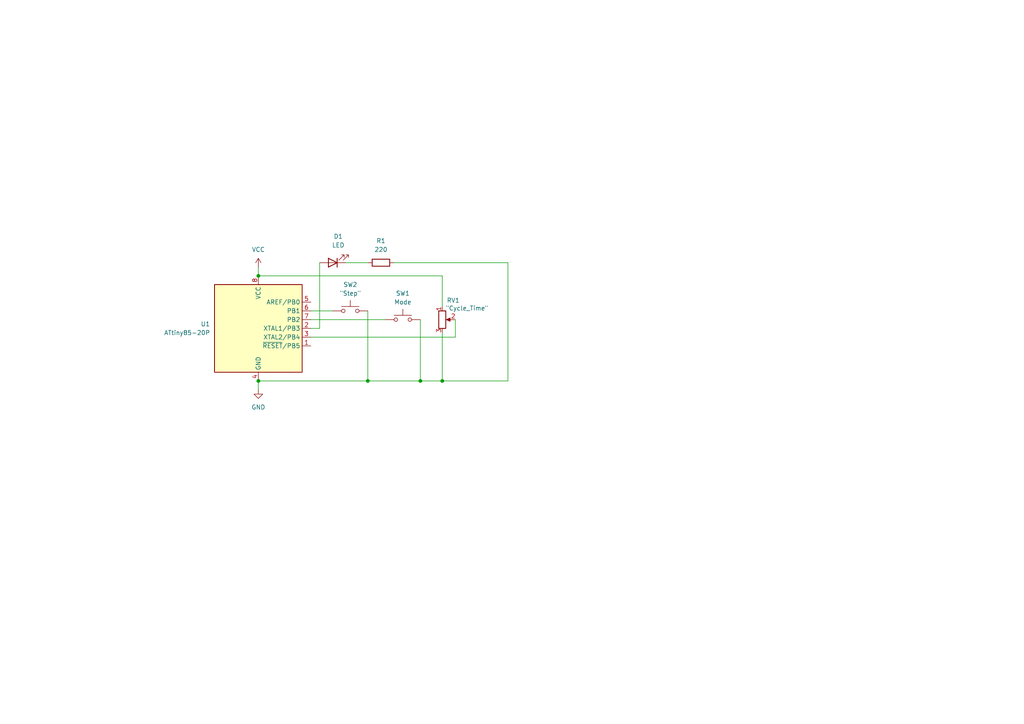
<source format=kicad_sch>
(kicad_sch
	(version 20250114)
	(generator "eeschema")
	(generator_version "9.0")
	(uuid "bbda42c7-ff3d-4566-8b26-78cbd9c8780c")
	(paper "A4")
	(lib_symbols
		(symbol "Device:LED"
			(pin_numbers
				(hide yes)
			)
			(pin_names
				(offset 1.016)
				(hide yes)
			)
			(exclude_from_sim no)
			(in_bom yes)
			(on_board yes)
			(property "Reference" "D"
				(at 0 2.54 0)
				(effects
					(font
						(size 1.27 1.27)
					)
				)
			)
			(property "Value" "LED"
				(at 0 -2.54 0)
				(effects
					(font
						(size 1.27 1.27)
					)
				)
			)
			(property "Footprint" ""
				(at 0 0 0)
				(effects
					(font
						(size 1.27 1.27)
					)
					(hide yes)
				)
			)
			(property "Datasheet" "~"
				(at 0 0 0)
				(effects
					(font
						(size 1.27 1.27)
					)
					(hide yes)
				)
			)
			(property "Description" "Light emitting diode"
				(at 0 0 0)
				(effects
					(font
						(size 1.27 1.27)
					)
					(hide yes)
				)
			)
			(property "Sim.Pins" "1=K 2=A"
				(at 0 0 0)
				(effects
					(font
						(size 1.27 1.27)
					)
					(hide yes)
				)
			)
			(property "ki_keywords" "LED diode"
				(at 0 0 0)
				(effects
					(font
						(size 1.27 1.27)
					)
					(hide yes)
				)
			)
			(property "ki_fp_filters" "LED* LED_SMD:* LED_THT:*"
				(at 0 0 0)
				(effects
					(font
						(size 1.27 1.27)
					)
					(hide yes)
				)
			)
			(symbol "LED_0_1"
				(polyline
					(pts
						(xy -3.048 -0.762) (xy -4.572 -2.286) (xy -3.81 -2.286) (xy -4.572 -2.286) (xy -4.572 -1.524)
					)
					(stroke
						(width 0)
						(type default)
					)
					(fill
						(type none)
					)
				)
				(polyline
					(pts
						(xy -1.778 -0.762) (xy -3.302 -2.286) (xy -2.54 -2.286) (xy -3.302 -2.286) (xy -3.302 -1.524)
					)
					(stroke
						(width 0)
						(type default)
					)
					(fill
						(type none)
					)
				)
				(polyline
					(pts
						(xy -1.27 0) (xy 1.27 0)
					)
					(stroke
						(width 0)
						(type default)
					)
					(fill
						(type none)
					)
				)
				(polyline
					(pts
						(xy -1.27 -1.27) (xy -1.27 1.27)
					)
					(stroke
						(width 0.254)
						(type default)
					)
					(fill
						(type none)
					)
				)
				(polyline
					(pts
						(xy 1.27 -1.27) (xy 1.27 1.27) (xy -1.27 0) (xy 1.27 -1.27)
					)
					(stroke
						(width 0.254)
						(type default)
					)
					(fill
						(type none)
					)
				)
			)
			(symbol "LED_1_1"
				(pin passive line
					(at -3.81 0 0)
					(length 2.54)
					(name "K"
						(effects
							(font
								(size 1.27 1.27)
							)
						)
					)
					(number "1"
						(effects
							(font
								(size 1.27 1.27)
							)
						)
					)
				)
				(pin passive line
					(at 3.81 0 180)
					(length 2.54)
					(name "A"
						(effects
							(font
								(size 1.27 1.27)
							)
						)
					)
					(number "2"
						(effects
							(font
								(size 1.27 1.27)
							)
						)
					)
				)
			)
			(embedded_fonts no)
		)
		(symbol "Device:R"
			(pin_numbers
				(hide yes)
			)
			(pin_names
				(offset 0)
			)
			(exclude_from_sim no)
			(in_bom yes)
			(on_board yes)
			(property "Reference" "R"
				(at 2.032 0 90)
				(effects
					(font
						(size 1.27 1.27)
					)
				)
			)
			(property "Value" "R"
				(at 0 0 90)
				(effects
					(font
						(size 1.27 1.27)
					)
				)
			)
			(property "Footprint" ""
				(at -1.778 0 90)
				(effects
					(font
						(size 1.27 1.27)
					)
					(hide yes)
				)
			)
			(property "Datasheet" "~"
				(at 0 0 0)
				(effects
					(font
						(size 1.27 1.27)
					)
					(hide yes)
				)
			)
			(property "Description" "Resistor"
				(at 0 0 0)
				(effects
					(font
						(size 1.27 1.27)
					)
					(hide yes)
				)
			)
			(property "ki_keywords" "R res resistor"
				(at 0 0 0)
				(effects
					(font
						(size 1.27 1.27)
					)
					(hide yes)
				)
			)
			(property "ki_fp_filters" "R_*"
				(at 0 0 0)
				(effects
					(font
						(size 1.27 1.27)
					)
					(hide yes)
				)
			)
			(symbol "R_0_1"
				(rectangle
					(start -1.016 -2.54)
					(end 1.016 2.54)
					(stroke
						(width 0.254)
						(type default)
					)
					(fill
						(type none)
					)
				)
			)
			(symbol "R_1_1"
				(pin passive line
					(at 0 3.81 270)
					(length 1.27)
					(name "~"
						(effects
							(font
								(size 1.27 1.27)
							)
						)
					)
					(number "1"
						(effects
							(font
								(size 1.27 1.27)
							)
						)
					)
				)
				(pin passive line
					(at 0 -3.81 90)
					(length 1.27)
					(name "~"
						(effects
							(font
								(size 1.27 1.27)
							)
						)
					)
					(number "2"
						(effects
							(font
								(size 1.27 1.27)
							)
						)
					)
				)
			)
			(embedded_fonts no)
		)
		(symbol "Device:R_Potentiometer"
			(pin_names
				(offset 1.016)
				(hide yes)
			)
			(exclude_from_sim no)
			(in_bom yes)
			(on_board yes)
			(property "Reference" "RV"
				(at -4.445 0 90)
				(effects
					(font
						(size 1.27 1.27)
					)
				)
			)
			(property "Value" "R_Potentiometer"
				(at -2.54 0 90)
				(effects
					(font
						(size 1.27 1.27)
					)
				)
			)
			(property "Footprint" ""
				(at 0 0 0)
				(effects
					(font
						(size 1.27 1.27)
					)
					(hide yes)
				)
			)
			(property "Datasheet" "~"
				(at 0 0 0)
				(effects
					(font
						(size 1.27 1.27)
					)
					(hide yes)
				)
			)
			(property "Description" "Potentiometer"
				(at 0 0 0)
				(effects
					(font
						(size 1.27 1.27)
					)
					(hide yes)
				)
			)
			(property "ki_keywords" "resistor variable"
				(at 0 0 0)
				(effects
					(font
						(size 1.27 1.27)
					)
					(hide yes)
				)
			)
			(property "ki_fp_filters" "Potentiometer*"
				(at 0 0 0)
				(effects
					(font
						(size 1.27 1.27)
					)
					(hide yes)
				)
			)
			(symbol "R_Potentiometer_0_1"
				(rectangle
					(start 1.016 2.54)
					(end -1.016 -2.54)
					(stroke
						(width 0.254)
						(type default)
					)
					(fill
						(type none)
					)
				)
				(polyline
					(pts
						(xy 1.143 0) (xy 2.286 0.508) (xy 2.286 -0.508) (xy 1.143 0)
					)
					(stroke
						(width 0)
						(type default)
					)
					(fill
						(type outline)
					)
				)
				(polyline
					(pts
						(xy 2.54 0) (xy 1.524 0)
					)
					(stroke
						(width 0)
						(type default)
					)
					(fill
						(type none)
					)
				)
			)
			(symbol "R_Potentiometer_1_1"
				(pin passive line
					(at 0 3.81 270)
					(length 1.27)
					(name "1"
						(effects
							(font
								(size 1.27 1.27)
							)
						)
					)
					(number "1"
						(effects
							(font
								(size 1.27 1.27)
							)
						)
					)
				)
				(pin passive line
					(at 0 -3.81 90)
					(length 1.27)
					(name "3"
						(effects
							(font
								(size 1.27 1.27)
							)
						)
					)
					(number "3"
						(effects
							(font
								(size 1.27 1.27)
							)
						)
					)
				)
				(pin passive line
					(at 3.81 0 180)
					(length 1.27)
					(name "2"
						(effects
							(font
								(size 1.27 1.27)
							)
						)
					)
					(number "2"
						(effects
							(font
								(size 1.27 1.27)
							)
						)
					)
				)
			)
			(embedded_fonts no)
		)
		(symbol "MCU_Microchip_ATtiny:ATtiny85-20P"
			(exclude_from_sim no)
			(in_bom yes)
			(on_board yes)
			(property "Reference" "U"
				(at -12.7 13.97 0)
				(effects
					(font
						(size 1.27 1.27)
					)
					(justify left bottom)
				)
			)
			(property "Value" "ATtiny85-20P"
				(at 2.54 -13.97 0)
				(effects
					(font
						(size 1.27 1.27)
					)
					(justify left top)
				)
			)
			(property "Footprint" "Package_DIP:DIP-8_W7.62mm"
				(at 0 0 0)
				(effects
					(font
						(size 1.27 1.27)
						(italic yes)
					)
					(hide yes)
				)
			)
			(property "Datasheet" "http://ww1.microchip.com/downloads/en/DeviceDoc/atmel-2586-avr-8-bit-microcontroller-attiny25-attiny45-attiny85_datasheet.pdf"
				(at 0 0 0)
				(effects
					(font
						(size 1.27 1.27)
					)
					(hide yes)
				)
			)
			(property "Description" "20MHz, 8kB Flash, 512B SRAM, 512B EEPROM, debugWIRE, DIP-8"
				(at 0 0 0)
				(effects
					(font
						(size 1.27 1.27)
					)
					(hide yes)
				)
			)
			(property "ki_keywords" "AVR 8bit Microcontroller tinyAVR"
				(at 0 0 0)
				(effects
					(font
						(size 1.27 1.27)
					)
					(hide yes)
				)
			)
			(property "ki_fp_filters" "DIP*W7.62mm*"
				(at 0 0 0)
				(effects
					(font
						(size 1.27 1.27)
					)
					(hide yes)
				)
			)
			(symbol "ATtiny85-20P_0_1"
				(rectangle
					(start -12.7 -12.7)
					(end 12.7 12.7)
					(stroke
						(width 0.254)
						(type default)
					)
					(fill
						(type background)
					)
				)
			)
			(symbol "ATtiny85-20P_1_1"
				(pin power_in line
					(at 0 15.24 270)
					(length 2.54)
					(name "VCC"
						(effects
							(font
								(size 1.27 1.27)
							)
						)
					)
					(number "8"
						(effects
							(font
								(size 1.27 1.27)
							)
						)
					)
				)
				(pin power_in line
					(at 0 -15.24 90)
					(length 2.54)
					(name "GND"
						(effects
							(font
								(size 1.27 1.27)
							)
						)
					)
					(number "4"
						(effects
							(font
								(size 1.27 1.27)
							)
						)
					)
				)
				(pin bidirectional line
					(at 15.24 7.62 180)
					(length 2.54)
					(name "AREF/PB0"
						(effects
							(font
								(size 1.27 1.27)
							)
						)
					)
					(number "5"
						(effects
							(font
								(size 1.27 1.27)
							)
						)
					)
				)
				(pin bidirectional line
					(at 15.24 5.08 180)
					(length 2.54)
					(name "PB1"
						(effects
							(font
								(size 1.27 1.27)
							)
						)
					)
					(number "6"
						(effects
							(font
								(size 1.27 1.27)
							)
						)
					)
				)
				(pin bidirectional line
					(at 15.24 2.54 180)
					(length 2.54)
					(name "PB2"
						(effects
							(font
								(size 1.27 1.27)
							)
						)
					)
					(number "7"
						(effects
							(font
								(size 1.27 1.27)
							)
						)
					)
				)
				(pin bidirectional line
					(at 15.24 0 180)
					(length 2.54)
					(name "XTAL1/PB3"
						(effects
							(font
								(size 1.27 1.27)
							)
						)
					)
					(number "2"
						(effects
							(font
								(size 1.27 1.27)
							)
						)
					)
				)
				(pin bidirectional line
					(at 15.24 -2.54 180)
					(length 2.54)
					(name "XTAL2/PB4"
						(effects
							(font
								(size 1.27 1.27)
							)
						)
					)
					(number "3"
						(effects
							(font
								(size 1.27 1.27)
							)
						)
					)
				)
				(pin bidirectional line
					(at 15.24 -5.08 180)
					(length 2.54)
					(name "~{RESET}/PB5"
						(effects
							(font
								(size 1.27 1.27)
							)
						)
					)
					(number "1"
						(effects
							(font
								(size 1.27 1.27)
							)
						)
					)
				)
			)
			(embedded_fonts no)
		)
		(symbol "Switch:SW_Push"
			(pin_numbers
				(hide yes)
			)
			(pin_names
				(offset 1.016)
				(hide yes)
			)
			(exclude_from_sim no)
			(in_bom yes)
			(on_board yes)
			(property "Reference" "SW"
				(at 1.27 2.54 0)
				(effects
					(font
						(size 1.27 1.27)
					)
					(justify left)
				)
			)
			(property "Value" "SW_Push"
				(at 0 -1.524 0)
				(effects
					(font
						(size 1.27 1.27)
					)
				)
			)
			(property "Footprint" ""
				(at 0 5.08 0)
				(effects
					(font
						(size 1.27 1.27)
					)
					(hide yes)
				)
			)
			(property "Datasheet" "~"
				(at 0 5.08 0)
				(effects
					(font
						(size 1.27 1.27)
					)
					(hide yes)
				)
			)
			(property "Description" "Push button switch, generic, two pins"
				(at 0 0 0)
				(effects
					(font
						(size 1.27 1.27)
					)
					(hide yes)
				)
			)
			(property "ki_keywords" "switch normally-open pushbutton push-button"
				(at 0 0 0)
				(effects
					(font
						(size 1.27 1.27)
					)
					(hide yes)
				)
			)
			(symbol "SW_Push_0_1"
				(circle
					(center -2.032 0)
					(radius 0.508)
					(stroke
						(width 0)
						(type default)
					)
					(fill
						(type none)
					)
				)
				(polyline
					(pts
						(xy 0 1.27) (xy 0 3.048)
					)
					(stroke
						(width 0)
						(type default)
					)
					(fill
						(type none)
					)
				)
				(circle
					(center 2.032 0)
					(radius 0.508)
					(stroke
						(width 0)
						(type default)
					)
					(fill
						(type none)
					)
				)
				(polyline
					(pts
						(xy 2.54 1.27) (xy -2.54 1.27)
					)
					(stroke
						(width 0)
						(type default)
					)
					(fill
						(type none)
					)
				)
				(pin passive line
					(at -5.08 0 0)
					(length 2.54)
					(name "1"
						(effects
							(font
								(size 1.27 1.27)
							)
						)
					)
					(number "1"
						(effects
							(font
								(size 1.27 1.27)
							)
						)
					)
				)
				(pin passive line
					(at 5.08 0 180)
					(length 2.54)
					(name "2"
						(effects
							(font
								(size 1.27 1.27)
							)
						)
					)
					(number "2"
						(effects
							(font
								(size 1.27 1.27)
							)
						)
					)
				)
			)
			(embedded_fonts no)
		)
		(symbol "power:GND"
			(power)
			(pin_numbers
				(hide yes)
			)
			(pin_names
				(offset 0)
				(hide yes)
			)
			(exclude_from_sim no)
			(in_bom yes)
			(on_board yes)
			(property "Reference" "#PWR"
				(at 0 -6.35 0)
				(effects
					(font
						(size 1.27 1.27)
					)
					(hide yes)
				)
			)
			(property "Value" "GND"
				(at 0 -3.81 0)
				(effects
					(font
						(size 1.27 1.27)
					)
				)
			)
			(property "Footprint" ""
				(at 0 0 0)
				(effects
					(font
						(size 1.27 1.27)
					)
					(hide yes)
				)
			)
			(property "Datasheet" ""
				(at 0 0 0)
				(effects
					(font
						(size 1.27 1.27)
					)
					(hide yes)
				)
			)
			(property "Description" "Power symbol creates a global label with name \"GND\" , ground"
				(at 0 0 0)
				(effects
					(font
						(size 1.27 1.27)
					)
					(hide yes)
				)
			)
			(property "ki_keywords" "global power"
				(at 0 0 0)
				(effects
					(font
						(size 1.27 1.27)
					)
					(hide yes)
				)
			)
			(symbol "GND_0_1"
				(polyline
					(pts
						(xy 0 0) (xy 0 -1.27) (xy 1.27 -1.27) (xy 0 -2.54) (xy -1.27 -1.27) (xy 0 -1.27)
					)
					(stroke
						(width 0)
						(type default)
					)
					(fill
						(type none)
					)
				)
			)
			(symbol "GND_1_1"
				(pin power_in line
					(at 0 0 270)
					(length 0)
					(name "~"
						(effects
							(font
								(size 1.27 1.27)
							)
						)
					)
					(number "1"
						(effects
							(font
								(size 1.27 1.27)
							)
						)
					)
				)
			)
			(embedded_fonts no)
		)
		(symbol "power:VCC"
			(power)
			(pin_numbers
				(hide yes)
			)
			(pin_names
				(offset 0)
				(hide yes)
			)
			(exclude_from_sim no)
			(in_bom yes)
			(on_board yes)
			(property "Reference" "#PWR"
				(at 0 -3.81 0)
				(effects
					(font
						(size 1.27 1.27)
					)
					(hide yes)
				)
			)
			(property "Value" "VCC"
				(at 0 3.556 0)
				(effects
					(font
						(size 1.27 1.27)
					)
				)
			)
			(property "Footprint" ""
				(at 0 0 0)
				(effects
					(font
						(size 1.27 1.27)
					)
					(hide yes)
				)
			)
			(property "Datasheet" ""
				(at 0 0 0)
				(effects
					(font
						(size 1.27 1.27)
					)
					(hide yes)
				)
			)
			(property "Description" "Power symbol creates a global label with name \"VCC\""
				(at 0 0 0)
				(effects
					(font
						(size 1.27 1.27)
					)
					(hide yes)
				)
			)
			(property "ki_keywords" "global power"
				(at 0 0 0)
				(effects
					(font
						(size 1.27 1.27)
					)
					(hide yes)
				)
			)
			(symbol "VCC_0_1"
				(polyline
					(pts
						(xy -0.762 1.27) (xy 0 2.54)
					)
					(stroke
						(width 0)
						(type default)
					)
					(fill
						(type none)
					)
				)
				(polyline
					(pts
						(xy 0 2.54) (xy 0.762 1.27)
					)
					(stroke
						(width 0)
						(type default)
					)
					(fill
						(type none)
					)
				)
				(polyline
					(pts
						(xy 0 0) (xy 0 2.54)
					)
					(stroke
						(width 0)
						(type default)
					)
					(fill
						(type none)
					)
				)
			)
			(symbol "VCC_1_1"
				(pin power_in line
					(at 0 0 90)
					(length 0)
					(name "~"
						(effects
							(font
								(size 1.27 1.27)
							)
						)
					)
					(number "1"
						(effects
							(font
								(size 1.27 1.27)
							)
						)
					)
				)
			)
			(embedded_fonts no)
		)
	)
	(junction
		(at 128.27 110.49)
		(diameter 0)
		(color 0 0 0 0)
		(uuid "0123b1cd-a788-48c9-a4f6-358ca857da7e")
	)
	(junction
		(at 106.68 110.49)
		(diameter 0)
		(color 0 0 0 0)
		(uuid "16809366-d0ae-4f77-ad77-d9c71737588e")
	)
	(junction
		(at 121.92 110.49)
		(diameter 0)
		(color 0 0 0 0)
		(uuid "34a4acc1-7be2-448a-9f44-24bef49afb46")
	)
	(junction
		(at 74.93 80.01)
		(diameter 0)
		(color 0 0 0 0)
		(uuid "ba28a33d-21f9-4cff-a115-db6e2f05f82e")
	)
	(junction
		(at 74.93 110.49)
		(diameter 0)
		(color 0 0 0 0)
		(uuid "f1fecf1b-6c12-419b-8a1f-9aadb3fc2cdc")
	)
	(wire
		(pts
			(xy 90.17 92.71) (xy 111.76 92.71)
		)
		(stroke
			(width 0)
			(type default)
		)
		(uuid "058ef3f1-910b-42ab-8117-466cc6e083c4")
	)
	(wire
		(pts
			(xy 74.93 80.01) (xy 128.27 80.01)
		)
		(stroke
			(width 0)
			(type default)
		)
		(uuid "13339006-475d-4e63-93c3-9799224df7ed")
	)
	(wire
		(pts
			(xy 132.08 97.79) (xy 90.17 97.79)
		)
		(stroke
			(width 0)
			(type default)
		)
		(uuid "164a7af5-052a-4c49-aaa2-e3dcad1fd6a0")
	)
	(wire
		(pts
			(xy 147.32 110.49) (xy 128.27 110.49)
		)
		(stroke
			(width 0)
			(type default)
		)
		(uuid "1785ee7e-84ce-4677-ba8d-f8fb25aaae9e")
	)
	(wire
		(pts
			(xy 74.93 77.47) (xy 74.93 80.01)
		)
		(stroke
			(width 0)
			(type default)
		)
		(uuid "1cd0f055-ecbf-4110-af83-b14200990ab3")
	)
	(wire
		(pts
			(xy 121.92 110.49) (xy 128.27 110.49)
		)
		(stroke
			(width 0)
			(type default)
		)
		(uuid "22fa0d0f-0a5e-46c2-ad4b-3165266e72bf")
	)
	(wire
		(pts
			(xy 100.33 76.2) (xy 106.68 76.2)
		)
		(stroke
			(width 0)
			(type default)
		)
		(uuid "3089238a-fb44-47d3-bd87-401fe0f0844e")
	)
	(wire
		(pts
			(xy 74.93 110.49) (xy 74.93 113.03)
		)
		(stroke
			(width 0)
			(type default)
		)
		(uuid "46d96b07-fcb0-4e7b-ac86-13c992e201ee")
	)
	(wire
		(pts
			(xy 128.27 110.49) (xy 128.27 96.52)
		)
		(stroke
			(width 0)
			(type default)
		)
		(uuid "533ce542-25bc-4e87-8329-3501c07ecec6")
	)
	(wire
		(pts
			(xy 92.71 95.25) (xy 90.17 95.25)
		)
		(stroke
			(width 0)
			(type default)
		)
		(uuid "555f6455-0b14-4cb2-9d87-fa520b559bb6")
	)
	(wire
		(pts
			(xy 106.68 90.17) (xy 106.68 110.49)
		)
		(stroke
			(width 0)
			(type default)
		)
		(uuid "5bc03d13-483d-4a77-a1f5-b59dbc336a37")
	)
	(wire
		(pts
			(xy 121.92 110.49) (xy 106.68 110.49)
		)
		(stroke
			(width 0)
			(type default)
		)
		(uuid "5cb8a260-7dbc-4ca9-a6e1-595bb32b6500")
	)
	(wire
		(pts
			(xy 114.3 76.2) (xy 147.32 76.2)
		)
		(stroke
			(width 0)
			(type default)
		)
		(uuid "6028be2f-8290-4204-9f1e-156f896da27b")
	)
	(wire
		(pts
			(xy 132.08 92.71) (xy 132.08 97.79)
		)
		(stroke
			(width 0)
			(type default)
		)
		(uuid "71b03cb2-edde-4937-906d-2deaf3914bd9")
	)
	(wire
		(pts
			(xy 74.93 110.49) (xy 106.68 110.49)
		)
		(stroke
			(width 0)
			(type default)
		)
		(uuid "9b85f4ca-9994-40ee-b8f7-f6ac07882a2c")
	)
	(wire
		(pts
			(xy 121.92 92.71) (xy 121.92 110.49)
		)
		(stroke
			(width 0)
			(type default)
		)
		(uuid "9c579010-2e3a-4810-b5e3-08b9c2324f79")
	)
	(wire
		(pts
			(xy 90.17 90.17) (xy 96.52 90.17)
		)
		(stroke
			(width 0)
			(type default)
		)
		(uuid "d75e9875-5f7b-460e-83f3-50bb896e6d97")
	)
	(wire
		(pts
			(xy 92.71 76.2) (xy 92.71 95.25)
		)
		(stroke
			(width 0)
			(type default)
		)
		(uuid "e8cfc77a-c8d1-4ab2-a3e9-acf0c6419e9d")
	)
	(wire
		(pts
			(xy 128.27 80.01) (xy 128.27 88.9)
		)
		(stroke
			(width 0)
			(type default)
		)
		(uuid "edc5ea7c-594c-40ef-8d5b-70761bc1d855")
	)
	(wire
		(pts
			(xy 147.32 76.2) (xy 147.32 110.49)
		)
		(stroke
			(width 0)
			(type default)
		)
		(uuid "ef86463a-d473-4a89-98fb-d37b0dc705a2")
	)
	(symbol
		(lib_id "MCU_Microchip_ATtiny:ATtiny85-20P")
		(at 74.93 95.25 0)
		(unit 1)
		(exclude_from_sim no)
		(in_bom yes)
		(on_board yes)
		(dnp no)
		(fields_autoplaced yes)
		(uuid "2d72ac18-c1b2-4586-9846-dae5d1a38129")
		(property "Reference" "U1"
			(at 60.96 93.9799 0)
			(effects
				(font
					(size 1.27 1.27)
				)
				(justify right)
			)
		)
		(property "Value" "ATtiny85-20P"
			(at 60.96 96.5199 0)
			(effects
				(font
					(size 1.27 1.27)
				)
				(justify right)
			)
		)
		(property "Footprint" "Package_DIP:DIP-8_W7.62mm"
			(at 74.93 95.25 0)
			(effects
				(font
					(size 1.27 1.27)
					(italic yes)
				)
				(hide yes)
			)
		)
		(property "Datasheet" "http://ww1.microchip.com/downloads/en/DeviceDoc/atmel-2586-avr-8-bit-microcontroller-attiny25-attiny45-attiny85_datasheet.pdf"
			(at 74.93 95.25 0)
			(effects
				(font
					(size 1.27 1.27)
				)
				(hide yes)
			)
		)
		(property "Description" "20MHz, 8kB Flash, 512B SRAM, 512B EEPROM, debugWIRE, DIP-8"
			(at 74.93 95.25 0)
			(effects
				(font
					(size 1.27 1.27)
				)
				(hide yes)
			)
		)
		(pin "1"
			(uuid "096da0bf-2718-4c75-bd16-24898458ce5e")
		)
		(pin "6"
			(uuid "a5575dc0-f33e-4537-b9b0-f7135efe3afd")
		)
		(pin "7"
			(uuid "5da9254f-3dda-4e0f-9093-d018d228fe6f")
		)
		(pin "8"
			(uuid "2fef81f9-2d92-4ea5-97e8-28ea88ac2e03")
		)
		(pin "5"
			(uuid "63f736eb-cef1-4be6-88f1-f62f2c43618b")
		)
		(pin "3"
			(uuid "660cb9ef-9ed9-471d-953b-29a42577007e")
		)
		(pin "4"
			(uuid "776ca607-5d12-4a8f-b668-a82f46a7cfe9")
		)
		(pin "2"
			(uuid "46fc701c-4281-4737-9608-a9c155a4e8c3")
		)
		(instances
			(project ""
				(path "/bbda42c7-ff3d-4566-8b26-78cbd9c8780c"
					(reference "U1")
					(unit 1)
				)
			)
		)
	)
	(symbol
		(lib_id "Switch:SW_Push")
		(at 101.6 90.17 0)
		(unit 1)
		(exclude_from_sim no)
		(in_bom yes)
		(on_board yes)
		(dnp no)
		(fields_autoplaced yes)
		(uuid "44c501d3-7dca-40cb-a847-7b469818c6d2")
		(property "Reference" "SW2"
			(at 101.6 82.55 0)
			(effects
				(font
					(size 1.27 1.27)
				)
			)
		)
		(property "Value" "\"Step\""
			(at 101.6 85.09 0)
			(effects
				(font
					(size 1.27 1.27)
				)
			)
		)
		(property "Footprint" "Button_Switch_SMD:SW_Push_1P1T_NO_CK_PTS125Sx43PSMTR"
			(at 101.6 85.09 0)
			(effects
				(font
					(size 1.27 1.27)
				)
				(hide yes)
			)
		)
		(property "Datasheet" "~"
			(at 101.6 85.09 0)
			(effects
				(font
					(size 1.27 1.27)
				)
				(hide yes)
			)
		)
		(property "Description" "Push button switch, generic, two pins"
			(at 101.6 90.17 0)
			(effects
				(font
					(size 1.27 1.27)
				)
				(hide yes)
			)
		)
		(pin "2"
			(uuid "aea7cc49-d28a-4409-a218-cdb68ebe0efc")
		)
		(pin "1"
			(uuid "7251c938-4619-409c-846c-a3438f484f62")
		)
		(instances
			(project ""
				(path "/bbda42c7-ff3d-4566-8b26-78cbd9c8780c"
					(reference "SW2")
					(unit 1)
				)
			)
		)
	)
	(symbol
		(lib_id "Device:LED")
		(at 96.52 76.2 180)
		(unit 1)
		(exclude_from_sim no)
		(in_bom yes)
		(on_board yes)
		(dnp no)
		(fields_autoplaced yes)
		(uuid "71c85805-6a20-4d54-a7e6-3288221093b9")
		(property "Reference" "D1"
			(at 98.1075 68.58 0)
			(effects
				(font
					(size 1.27 1.27)
				)
			)
		)
		(property "Value" "LED"
			(at 98.1075 71.12 0)
			(effects
				(font
					(size 1.27 1.27)
				)
			)
		)
		(property "Footprint" "LED_THT:LED_D3.0mm_FlatTop"
			(at 96.52 76.2 0)
			(effects
				(font
					(size 1.27 1.27)
				)
				(hide yes)
			)
		)
		(property "Datasheet" "~"
			(at 96.52 76.2 0)
			(effects
				(font
					(size 1.27 1.27)
				)
				(hide yes)
			)
		)
		(property "Description" "Light emitting diode"
			(at 96.52 76.2 0)
			(effects
				(font
					(size 1.27 1.27)
				)
				(hide yes)
			)
		)
		(property "Sim.Pins" "1=K 2=A"
			(at 96.52 76.2 0)
			(effects
				(font
					(size 1.27 1.27)
				)
				(hide yes)
			)
		)
		(pin "1"
			(uuid "4e4c1bbb-f868-44b2-b24e-9dbfe8f47730")
		)
		(pin "2"
			(uuid "308f5797-a85c-4555-8271-f3761f7fdf37")
		)
		(instances
			(project ""
				(path "/bbda42c7-ff3d-4566-8b26-78cbd9c8780c"
					(reference "D1")
					(unit 1)
				)
			)
		)
	)
	(symbol
		(lib_id "power:GND")
		(at 74.93 113.03 0)
		(unit 1)
		(exclude_from_sim no)
		(in_bom yes)
		(on_board yes)
		(dnp no)
		(fields_autoplaced yes)
		(uuid "7a01dc24-2ce8-453b-9220-462ebf318f4e")
		(property "Reference" "#PWR02"
			(at 74.93 119.38 0)
			(effects
				(font
					(size 1.27 1.27)
				)
				(hide yes)
			)
		)
		(property "Value" "GND"
			(at 74.93 118.11 0)
			(effects
				(font
					(size 1.27 1.27)
				)
			)
		)
		(property "Footprint" ""
			(at 74.93 113.03 0)
			(effects
				(font
					(size 1.27 1.27)
				)
				(hide yes)
			)
		)
		(property "Datasheet" ""
			(at 74.93 113.03 0)
			(effects
				(font
					(size 1.27 1.27)
				)
				(hide yes)
			)
		)
		(property "Description" "Power symbol creates a global label with name \"GND\" , ground"
			(at 74.93 113.03 0)
			(effects
				(font
					(size 1.27 1.27)
				)
				(hide yes)
			)
		)
		(pin "1"
			(uuid "a42e059f-76ad-4f5e-829b-811e254031e7")
		)
		(instances
			(project ""
				(path "/bbda42c7-ff3d-4566-8b26-78cbd9c8780c"
					(reference "#PWR02")
					(unit 1)
				)
			)
		)
	)
	(symbol
		(lib_id "Switch:SW_Push")
		(at 116.84 92.71 0)
		(unit 1)
		(exclude_from_sim no)
		(in_bom yes)
		(on_board yes)
		(dnp no)
		(fields_autoplaced yes)
		(uuid "7d5bb515-eb54-4372-9ede-704e07d65713")
		(property "Reference" "SW1"
			(at 116.84 85.09 0)
			(effects
				(font
					(size 1.27 1.27)
				)
			)
		)
		(property "Value" "Mode"
			(at 116.84 87.63 0)
			(effects
				(font
					(size 1.27 1.27)
				)
			)
		)
		(property "Footprint" "Button_Switch_SMD:SW_Push_1P1T_NO_CK_PTS125Sx43PSMTR"
			(at 116.84 87.63 0)
			(effects
				(font
					(size 1.27 1.27)
				)
				(hide yes)
			)
		)
		(property "Datasheet" "~"
			(at 116.84 87.63 0)
			(effects
				(font
					(size 1.27 1.27)
				)
				(hide yes)
			)
		)
		(property "Description" "Push button switch, generic, two pins"
			(at 116.84 92.71 0)
			(effects
				(font
					(size 1.27 1.27)
				)
				(hide yes)
			)
		)
		(pin "2"
			(uuid "7de58977-f0e0-4edd-9c40-2315288727e7")
		)
		(pin "1"
			(uuid "fa51ece4-20f3-4146-a455-f76c63de86bd")
		)
		(instances
			(project ""
				(path "/bbda42c7-ff3d-4566-8b26-78cbd9c8780c"
					(reference "SW1")
					(unit 1)
				)
			)
		)
	)
	(symbol
		(lib_id "Device:R_Potentiometer")
		(at 128.27 92.71 0)
		(unit 1)
		(exclude_from_sim no)
		(in_bom yes)
		(on_board yes)
		(dnp no)
		(uuid "7ea6a36e-9b1b-4edf-a3f4-ff56b3a4d0d5")
		(property "Reference" "RV1"
			(at 133.35 87.122 0)
			(effects
				(font
					(size 1.27 1.27)
				)
				(justify right)
			)
		)
		(property "Value" "\"Cycle_Time\""
			(at 141.732 89.408 0)
			(effects
				(font
					(size 1.27 1.27)
				)
				(justify right)
			)
		)
		(property "Footprint" ""
			(at 128.27 92.71 0)
			(effects
				(font
					(size 1.27 1.27)
				)
				(hide yes)
			)
		)
		(property "Datasheet" "~"
			(at 128.27 92.71 0)
			(effects
				(font
					(size 1.27 1.27)
				)
				(hide yes)
			)
		)
		(property "Description" "Potentiometer"
			(at 128.27 92.71 0)
			(effects
				(font
					(size 1.27 1.27)
				)
				(hide yes)
			)
		)
		(pin "3"
			(uuid "1cfbc7fb-b517-4510-af8e-756c3ecbae3d")
		)
		(pin "2"
			(uuid "3da13b10-4d61-49df-9d0c-ae73feac8d19")
		)
		(pin "1"
			(uuid "9eb624bd-e387-47d2-b1f9-cb38d11079e3")
		)
		(instances
			(project ""
				(path "/bbda42c7-ff3d-4566-8b26-78cbd9c8780c"
					(reference "RV1")
					(unit 1)
				)
			)
		)
	)
	(symbol
		(lib_id "power:VCC")
		(at 74.93 77.47 0)
		(unit 1)
		(exclude_from_sim no)
		(in_bom yes)
		(on_board yes)
		(dnp no)
		(fields_autoplaced yes)
		(uuid "c1f403ad-ab46-46a3-9444-51619ee7039b")
		(property "Reference" "#PWR01"
			(at 74.93 81.28 0)
			(effects
				(font
					(size 1.27 1.27)
				)
				(hide yes)
			)
		)
		(property "Value" "VCC"
			(at 74.93 72.39 0)
			(effects
				(font
					(size 1.27 1.27)
				)
			)
		)
		(property "Footprint" ""
			(at 74.93 77.47 0)
			(effects
				(font
					(size 1.27 1.27)
				)
				(hide yes)
			)
		)
		(property "Datasheet" ""
			(at 74.93 77.47 0)
			(effects
				(font
					(size 1.27 1.27)
				)
				(hide yes)
			)
		)
		(property "Description" "Power symbol creates a global label with name \"VCC\""
			(at 74.93 77.47 0)
			(effects
				(font
					(size 1.27 1.27)
				)
				(hide yes)
			)
		)
		(pin "1"
			(uuid "62598768-8025-49d0-864a-30de2f00a4be")
		)
		(instances
			(project ""
				(path "/bbda42c7-ff3d-4566-8b26-78cbd9c8780c"
					(reference "#PWR01")
					(unit 1)
				)
			)
		)
	)
	(symbol
		(lib_id "Device:R")
		(at 110.49 76.2 90)
		(unit 1)
		(exclude_from_sim no)
		(in_bom yes)
		(on_board yes)
		(dnp no)
		(fields_autoplaced yes)
		(uuid "fdd917c6-4ffd-4d74-ae6f-9edf258f8ee4")
		(property "Reference" "R1"
			(at 110.49 69.85 90)
			(effects
				(font
					(size 1.27 1.27)
				)
			)
		)
		(property "Value" "220"
			(at 110.49 72.39 90)
			(effects
				(font
					(size 1.27 1.27)
				)
			)
		)
		(property "Footprint" "Resistor_THT:R_Axial_DIN0204_L3.6mm_D1.6mm_P7.62mm_Horizontal"
			(at 110.49 77.978 90)
			(effects
				(font
					(size 1.27 1.27)
				)
				(hide yes)
			)
		)
		(property "Datasheet" "~"
			(at 110.49 76.2 0)
			(effects
				(font
					(size 1.27 1.27)
				)
				(hide yes)
			)
		)
		(property "Description" "Resistor"
			(at 110.49 76.2 0)
			(effects
				(font
					(size 1.27 1.27)
				)
				(hide yes)
			)
		)
		(pin "2"
			(uuid "709488fc-a320-4277-86d8-5467b575aa95")
		)
		(pin "1"
			(uuid "64d8c626-f033-483c-9972-49d03cbc2f09")
		)
		(instances
			(project ""
				(path "/bbda42c7-ff3d-4566-8b26-78cbd9c8780c"
					(reference "R1")
					(unit 1)
				)
			)
		)
	)
	(sheet_instances
		(path "/"
			(page "1")
		)
	)
	(embedded_fonts no)
)

</source>
